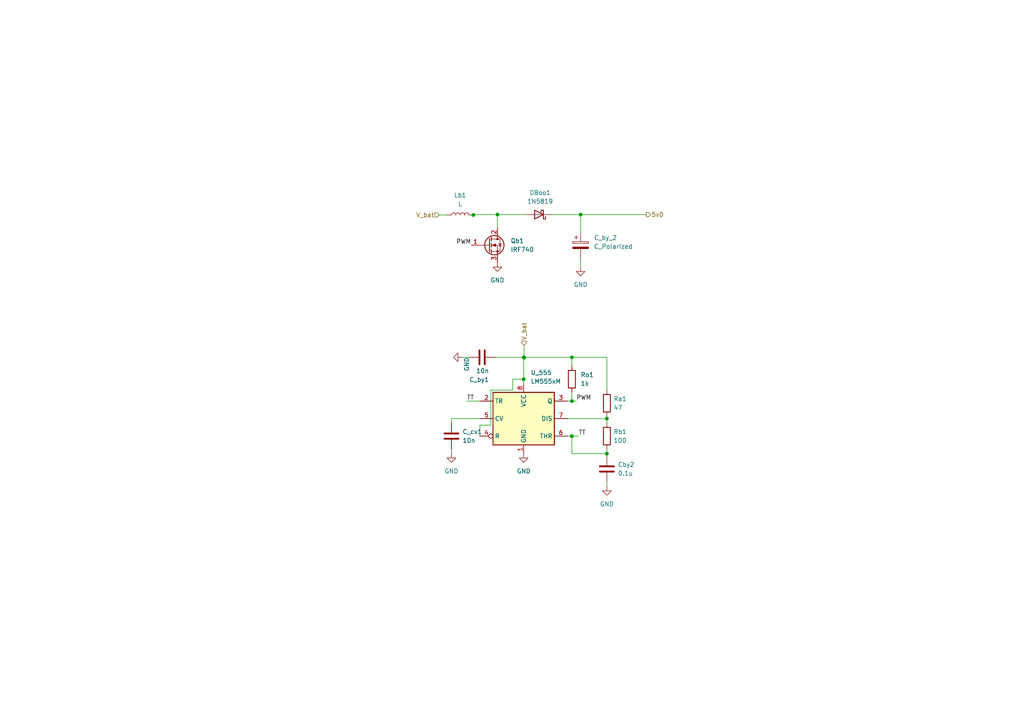
<source format=kicad_sch>
(kicad_sch (version 20211123) (generator eeschema)
  (paper "A4")
  (lib_symbols
    (symbol "Device:C" (pin_numbers hide) (pin_names (offset 0.254))
      (property "Reference" "C" (at 0.635 2.54 0))
      (property "Value" "C" (at 0.635 -2.54 0))
      (symbol "C_0_1"
        (polyline (pts (xy -2.032 -0.762) (xy 2.032 -0.762)) (stroke (width 0.508)))
        (polyline (pts (xy -2.032 0.762) (xy 2.032 0.762)) (stroke (width 0.508)))
      )
      (symbol "C_1_1"
        (pin passive line (at 0 3.81 270) (length 2.794) (name "~") (number "1"))
        (pin passive line (at 0 -3.81 90) (length 2.794) (name "~") (number "2"))
      )
    )
    (symbol "Device:C_Polarized" (pin_numbers hide) (pin_names (offset 0.254))
      (property "Reference" "C" (at 0.635 2.54 0))
      (property "Value" "C_Polarized" (at 0.635 -2.54 0))
      (symbol "C_Polarized_0_1"
        (rectangle (start -2.286 0.508) (end 2.286 1.016))
        (polyline (pts (xy -1.778 2.286) (xy -0.762 2.286)))
        (polyline (pts (xy -1.27 2.794) (xy -1.27 1.778)))
        (rectangle (start 2.286 -0.508) (end -2.286 -1.016) (fill (type outline)))
      )
      (symbol "C_Polarized_1_1"
        (pin passive line (at 0 3.81 270) (length 2.794) (name "~") (number "1"))
        (pin passive line (at 0 -3.81 90) (length 2.794) (name "~") (number "2"))
      )
    )
    (symbol "Device:L" (pin_numbers hide) (pin_names (offset 1.016) hide)
      (property "Reference" "L" (at -1.27 0 90))
      (property "Value" "L" (at 1.905 0 90))
      (symbol "L_0_1"
        (arc (start 0 -2.54) (mid 0.635 -1.905) (end 0 -1.27))
        (arc (start 0 -1.27) (mid 0.635 -0.635) (end 0 0))
        (arc (start 0 0) (mid 0.635 0.635) (end 0 1.27))
        (arc (start 0 1.27) (mid 0.635 1.905) (end 0 2.54))
      )
      (symbol "L_1_1"
        (pin passive line (at 0 3.81 270) (length 1.27) (name "1") (number "1"))
        (pin passive line (at 0 -3.81 90) (length 1.27) (name "2") (number "2"))
      )
    )
    (symbol "Device:R" (pin_numbers hide) (pin_names (offset 0))
      (property "Reference" "R" (at 2.032 0 90))
      (property "Value" "R" (at 0 0 90))
      (symbol "R_0_1"
        (rectangle (start -1.016 -2.54) (end 1.016 2.54) (stroke (width 0.254)))
      )
      (symbol "R_1_1"
        (pin passive line (at 0 3.81 270) (length 1.27) (name "~") (number "1"))
        (pin passive line (at 0 -3.81 90) (length 1.27) (name "~") (number "2"))
      )
    )
    (symbol "Diode:1N5819" (pin_numbers hide) (pin_names (offset 1.016) hide)
      (property "Reference" "D" (at 0 2.54 0))
      (property "Value" "1N5819" (at 0 -2.54 0))
      (symbol "1N5819_0_1"
        (polyline (pts (xy 1.27 0) (xy -1.27 0)))
        (polyline (pts (xy 1.27 1.27) (xy 1.27 -1.27) (xy -1.27 0) (xy 1.27 1.27)) (stroke (width 0.254)))
        (polyline (pts (xy -1.905 0.635) (xy -1.905 1.27) (xy -1.27 1.27) (xy -1.27 -1.27) (xy -0.635 -1.27) (xy -0.635 -0.635)) (stroke (width 0.254)))
      )
      (symbol "1N5819_1_1"
        (pin passive line (at -3.81 0 0) (length 2.54) (name "K") (number "1"))
        (pin passive line (at 3.81 0 180) (length 2.54) (name "A") (number "2"))
      )
    )
    (symbol "Timer:LM555xM"
      (property "Reference" "U" (at -10.16 8.89 0))
      (property "Value" "LM555xM" (at 2.54 8.89 0))
      (symbol "LM555xM_0_0"
        (pin power_in line (at 0 -10.16 90) (length 2.54) (name "GND") (number "1"))
        (pin power_in line (at 0 10.16 270) (length 2.54) (name "VCC") (number "8"))
      )
      (symbol "LM555xM_0_1"
        (rectangle (start -8.89 -7.62) (end 8.89 7.62) (stroke (width 0.254)) (fill (type background)))
        (rectangle (start -8.89 -7.62) (end 8.89 7.62) (stroke (width 0.254)) (fill (type background)))
      )
      (symbol "LM555xM_1_1"
        (pin input line (at -12.7 5.08 0) (length 3.81) (name "TR") (number "2"))
        (pin output line (at 12.7 5.08 180) (length 3.81) (name "Q") (number "3"))
        (pin input inverted (at -12.7 -5.08 0) (length 3.81) (name "R") (number "4"))
        (pin input line (at -12.7 0 0) (length 3.81) (name "CV") (number "5"))
        (pin input line (at 12.7 -5.08 180) (length 3.81) (name "THR") (number "6"))
        (pin input line (at 12.7 0 180) (length 3.81) (name "DIS") (number "7"))
      )
    )
    (symbol "Transistor_FET:IRF740" (pin_names hide)
      (property "Reference" "Q" (at 6.35 1.905 0))
      (property "Value" "IRF740" (at 6.35 0 0))
      (symbol "IRF740_0_1"
        (polyline (pts (xy 0.254 0) (xy -2.54 0)))
        (polyline (pts (xy 0.254 1.905) (xy 0.254 -1.905)) (stroke (width 0.254)))
        (polyline (pts (xy 0.762 -1.27) (xy 0.762 -2.286)) (stroke (width 0.254)))
        (polyline (pts (xy 0.762 0.508) (xy 0.762 -0.508)) (stroke (width 0.254)))
        (polyline (pts (xy 0.762 2.286) (xy 0.762 1.27)) (stroke (width 0.254)))
        (polyline (pts (xy 2.54 2.54) (xy 2.54 1.778)))
        (polyline (pts (xy 2.54 -2.54) (xy 2.54 0) (xy 0.762 0)))
        (polyline (pts (xy 0.762 -1.778) (xy 3.302 -1.778) (xy 3.302 1.778) (xy 0.762 1.778)))
        (polyline (pts (xy 1.016 0) (xy 2.032 0.381) (xy 2.032 -0.381) (xy 1.016 0)) (fill (type outline)))
        (polyline (pts (xy 2.794 0.508) (xy 2.921 0.381) (xy 3.683 0.381) (xy 3.81 0.254)))
        (polyline (pts (xy 3.302 0.381) (xy 2.921 -0.254) (xy 3.683 -0.254) (xy 3.302 0.381)))
        (circle (center 1.651 0) (radius 2.794) (stroke (width 0.254)))
        (circle (center 2.54 -1.778) (radius 0.254) (fill (type outline)))
        (circle (center 2.54 1.778) (radius 0.254) (fill (type outline)))
      )
      (symbol "IRF740_1_1"
        (pin input line (at -5.08 0 0) (length 2.54) (name "G") (number "1"))
        (pin passive line (at 2.54 5.08 270) (length 2.54) (name "D") (number "2"))
        (pin passive line (at 2.54 -5.08 90) (length 2.54) (name "S") (number "3"))
      )
    )
    (symbol "power:GND" (power) (pin_names (offset 0))
      (property "Value" "GND" (at 0 -3.81 0))
      (symbol "GND_0_1"
        (polyline (pts (xy 0 0) (xy 0 -1.27) (xy 1.27 -1.27) (xy 0 -2.54) (xy -1.27 -1.27) (xy 0 -1.27)))
      )
      (symbol "GND_1_1"
        (pin power_in line (at 0 0 270) (length 0) hide (name "GND") (number "1"))
      )
    )
  )
  (junction (at 165.862 126.492))
  (junction (at 152.019 103.759))
  (junction (at 176.022 121.412))
  (junction (at 151.892 103.632))
  (junction (at 165.862 103.632))
  (junction (at 176.022 131.572))
  (junction (at 151.892 109.982))
  (junction (at 144.272 62.23))
  (junction (at 165.862 116.332))
  (junction (at 168.402 62.23))
  (junction (at 137.287 62.357))
  (wire (pts (xy 135.382 116.332) (xy 139.192 116.332)))
  (wire (pts (xy 144.272 62.23) (xy 144.272 66.04)))
  (wire (pts (xy 176.022 139.827) (xy 176.022 141.097)))
  (wire (pts (xy 165.862 126.492) (xy 165.862 131.572)))
  (wire (pts (xy 148.717 109.982) (xy 151.892 109.982)))
  (wire (pts (xy 165.862 126.492) (xy 167.767 126.492)))
  (wire (pts (xy 176.022 103.632) (xy 176.022 113.157)))
  (wire (pts (xy 160.147 62.23) (xy 168.402 62.23)))
  (wire (pts (xy 134.112 103.632) (xy 136.017 103.632)))
  (wire (pts (xy 176.022 130.302) (xy 176.022 131.572)))
  (wire (pts (xy 176.022 120.777) (xy 176.022 121.412)))
  (wire (pts (xy 139.192 121.412) (xy 130.937 121.412)))
  (wire (pts (xy 165.862 103.632) (xy 176.022 103.632)))
  (wire (pts (xy 165.862 131.572) (xy 176.022 131.572)))
  (wire (pts (xy 130.937 121.412) (xy 130.937 122.682)))
  (wire (pts (xy 152.019 100.203) (xy 152.019 103.759)))
  (wire (pts (xy 144.272 62.23) (xy 152.527 62.23)))
  (wire (pts (xy 127.381 62.357) (xy 129.667 62.357)))
  (wire (pts (xy 143.637 103.632) (xy 151.892 103.632)))
  (wire (pts (xy 168.402 74.93) (xy 168.402 77.47)))
  (wire (pts (xy 168.402 62.23) (xy 168.402 67.31)))
  (wire (pts (xy 137.287 62.23) (xy 144.272 62.23)))
  (wire (pts (xy 148.717 113.157) (xy 148.717 109.982)))
  (wire (pts (xy 164.592 116.332) (xy 165.862 116.332)))
  (wire (pts (xy 139.192 123.317) (xy 142.367 123.317)))
  (wire (pts (xy 130.937 130.302) (xy 130.937 131.572)))
  (wire (pts (xy 164.592 121.412) (xy 176.022 121.412)))
  (wire (pts (xy 168.402 62.23) (xy 187.452 62.23)))
  (wire (pts (xy 151.892 103.632) (xy 165.862 103.632)))
  (wire (pts (xy 151.892 109.982) (xy 151.892 111.252)))
  (wire (pts (xy 139.192 126.492) (xy 139.192 123.317)))
  (wire (pts (xy 165.862 116.332) (xy 167.132 116.332)))
  (wire (pts (xy 176.022 131.572) (xy 176.022 132.207)))
  (wire (pts (xy 165.862 113.792) (xy 165.862 116.332)))
  (wire (pts (xy 142.367 123.317) (xy 142.367 113.157)))
  (wire (pts (xy 142.367 113.157) (xy 148.717 113.157)))
  (wire (pts (xy 176.022 121.412) (xy 176.022 122.682)))
  (wire (pts (xy 164.592 126.492) (xy 165.862 126.492)))
  (wire (pts (xy 165.862 103.632) (xy 165.862 106.172)))
  (wire (pts (xy 151.892 103.632) (xy 151.892 109.982)))
  (label "TT" (at 167.767 126.492 0))
  (label "PWM" (at 136.652 71.12 180))
  (label "TT" (at 135.382 116.332 0))
  (label "PWM" (at 167.132 116.332 0))
  (hierarchical_label "V_bat" (shape input) (at 127.381 62.357 180))
  (hierarchical_label "V_bat" (shape input) (at 152.019 100.203 90))
  (hierarchical_label "5v0" (shape output) (at 187.452 62.23 0))
  (symbol (lib_id "Device:R") (at 165.862 109.982 0) (unit 1)
    (property "Reference" "Ro1" (at 168.402 108.7119 0) (effects (justify left)))
    (property "Value" "1k" (at 168.402 111.2519 0) (effects (justify left)))
    (property "Footprint" "Resistor_SMD:R_0805_2012Metric_Pad1.20x1.40mm_HandSolder" (effects hide))
  )
  (symbol (lib_id "power:GND") (at 134.112 103.632 270) (unit 1)
    (property "Reference" "#PWR0161" (effects hide))
    (property "Value" "GND" (at 135.382 103.6319 0) (effects (justify left)))
  )
  (symbol (lib_id "Diode:1N5819") (at 156.337 62.23 180) (unit 1)
    (property "Reference" "DBoo1" (at 156.6545 55.88 0))
    (property "Value" "1N5819" (at 156.6545 58.42 0))
    (property "Footprint" "Diode_THT:D_DO-41_SOD81_P10.16mm_Horizontal" (effects hide))
    (property "Datasheet" "http://www.vishay.com/docs/88525/1n5817.pdf" (effects hide))
  )
  (symbol (lib_id "Device:R") (at 176.022 126.492 0) (unit 1)
    (property "Reference" "Rb1" (at 177.927 125.2219 0) (effects (justify left)))
    (property "Value" "100" (at 177.927 127.7619 0) (effects (justify left)))
    (property "Footprint" "Resistor_SMD:R_0805_2012Metric_Pad1.20x1.40mm_HandSolder" (effects hide))
  )
  (symbol (lib_id "power:GND") (at 151.892 131.572 0) (unit 1)
    (property "Reference" "#PWR0158" (effects hide))
    (property "Value" "GND" (at 151.892 136.652 0))
  )
  (symbol (lib_id "Timer:LM555xM") (at 151.892 121.412 0) (unit 1)
    (property "Reference" "U_555" (at 153.9114 108.077 0) (effects (justify left)))
    (property "Value" "LM555xM" (at 153.9114 110.617 0) (effects (justify left)))
    (property "Footprint" "Package_SO:SOIC-8_3.9x4.9mm_P1.27mm" (effects hide))
    (property "Datasheet" "http://www.ti.com/lit/ds/symlink/lm555.pdf" (effects hide))
  )
  (symbol (lib_id "Device:L") (at 133.477 62.357 90) (unit 1)
    (property "Reference" "Lb1" (at 133.477 56.642 90))
    (property "Value" "L" (at 133.477 59.182 90))
    (property "Footprint" "Inductor_THT:L_Toroid_Vertical_L25.4mm_W14.7mm_P12.20mm_Vishay_TJ5_BigPads" (effects hide))
  )
  (symbol (lib_id "Device:C") (at 139.827 103.632 90) (unit 1)
    (property "Reference" "C_by1" (at 141.859 110.1091 90) (effects (justify left)))
    (property "Value" "10n" (at 141.859 107.5691 90) (effects (justify left)))
    (property "Footprint" "Capacitor_SMD:C_0805_2012Metric_Pad1.18x1.45mm_HandSolder" (effects hide))
  )
  (symbol (lib_id "Device:C_Polarized") (at 168.402 71.12 0) (unit 1)
    (property "Reference" "C_by_2" (at 172.212 68.9609 0) (effects (justify left)))
    (property "Value" "C_Polarized" (at 172.212 71.5009 0) (effects (justify left)))
    (property "Footprint" "Capacitor_SMD:CP_Elec_6.3x5.8" (effects hide))
  )
  (symbol (lib_id "Device:C") (at 130.937 126.492 0) (unit 1)
    (property "Reference" "C_cv1" (at 134.112 125.2219 0) (effects (justify left)))
    (property "Value" "10n" (at 134.112 127.7619 0) (effects (justify left)))
    (property "Footprint" "Capacitor_SMD:C_0805_2012Metric_Pad1.18x1.45mm_HandSolder" (effects hide))
  )
  (symbol (lib_id "power:GND") (at 176.022 141.097 0) (unit 1)
    (property "Reference" "#PWR0157" (effects hide))
    (property "Value" "GND" (at 176.022 146.177 0))
  )
  (symbol (lib_id "Device:C") (at 176.022 136.017 0) (unit 1)
    (property "Reference" "Cby2" (at 179.197 134.7469 0) (effects (justify left)))
    (property "Value" "0.1u" (at 179.197 137.2869 0) (effects (justify left)))
    (property "Footprint" "Capacitor_SMD:C_0805_2012Metric_Pad1.18x1.45mm_HandSolder" (effects hide))
  )
  (symbol (lib_id "Device:R") (at 176.022 116.967 0) (unit 1)
    (property "Reference" "Ra1" (at 177.927 115.6969 0) (effects (justify left)))
    (property "Value" "47" (at 177.927 118.2369 0) (effects (justify left)))
    (property "Footprint" "Resistor_SMD:R_0805_2012Metric_Pad1.20x1.40mm_HandSolder" (effects hide))
  )
  (symbol (lib_id "power:GND") (at 168.402 77.47 0) (unit 1)
    (property "Reference" "#PWR0160" (effects hide))
    (property "Value" "GND" (at 168.402 82.55 0))
  )
  (symbol (lib_id "power:GND") (at 130.937 131.572 0) (unit 1)
    (property "Reference" "#PWR0159" (effects hide))
    (property "Value" "GND" (at 130.937 136.652 0))
  )
  (symbol (lib_id "Transistor_FET:IRF740") (at 141.732 71.12 0) (unit 1)
    (property "Reference" "Qb1" (at 148.082 69.8499 0) (effects (justify left)))
    (property "Value" "IRF740" (at 148.082 72.3899 0) (effects (justify left)))
    (property "Footprint" "Package_TO_SOT_THT:TO-220-3_Vertical" (effects hide))
    (property "Datasheet" "http://www.vishay.com/docs/91054/91054.pdf" (effects hide))
  )
  (symbol (lib_id "power:GND") (at 144.272 76.2 0) (unit 1)
    (property "Reference" "#PWR0162" (effects hide))
    (property "Value" "GND" (at 144.272 81.28 0))
  )
)
</source>
